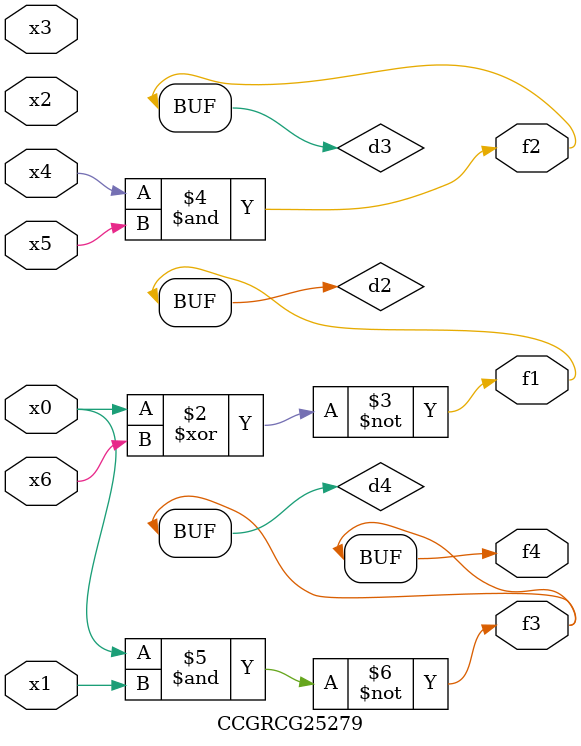
<source format=v>
module CCGRCG25279(
	input x0, x1, x2, x3, x4, x5, x6,
	output f1, f2, f3, f4
);

	wire d1, d2, d3, d4;

	nor (d1, x0);
	xnor (d2, x0, x6);
	and (d3, x4, x5);
	nand (d4, x0, x1);
	assign f1 = d2;
	assign f2 = d3;
	assign f3 = d4;
	assign f4 = d4;
endmodule

</source>
